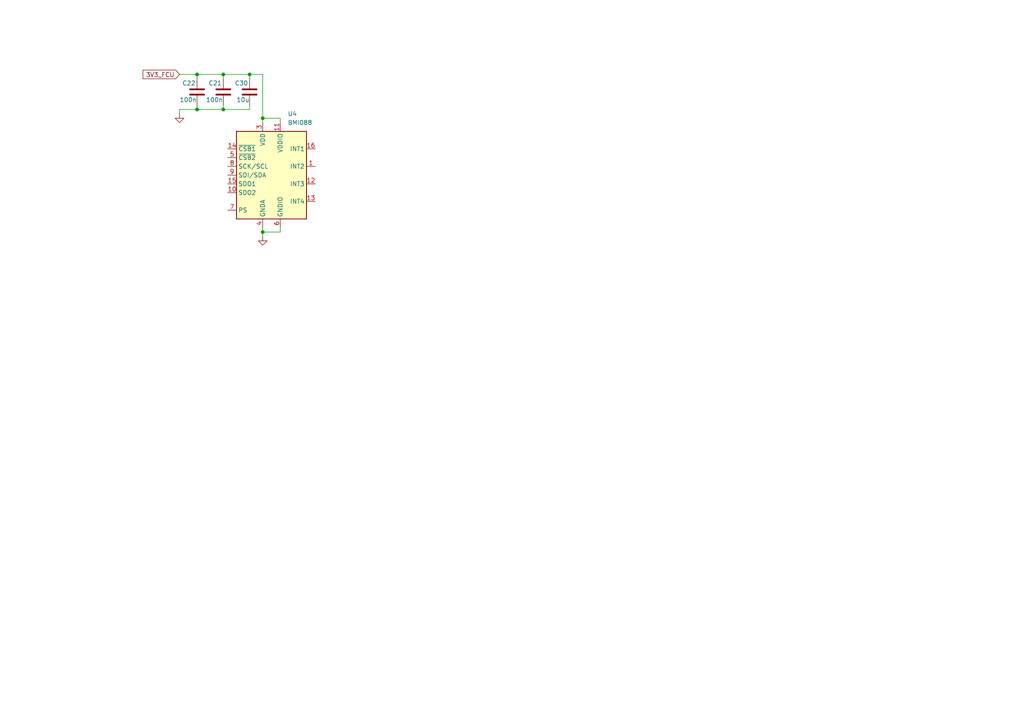
<source format=kicad_sch>
(kicad_sch (version 20250114) (generator "eeschema") (generator_version "9.0")
  (paper "A4")
  (lib_symbols
    (symbol "Device:C" (pin_numbers (hide yes)) (pin_names (offset 0.254))
      (property "Reference" "C" (at 0.635 2.54 0))
      (property "Value" "C" (at 0.635 -2.54 0))
      (symbol "C_0_1"
        (polyline (pts (xy -2.032 0.762) (xy 2.032 0.762)) (stroke (width 0.508)))
        (polyline (pts (xy -2.032 -0.762) (xy 2.032 -0.762)) (stroke (width 0.508)))
      )
      (symbol "C_1_1"
        (pin passive line (at 0 3.81 270) (length 2.794) (name "~") (number "1"))
        (pin passive line (at 0 -3.81 90) (length 2.794) (name "~") (number "2"))
      )
    )
    (symbol "Sensor_Motion:BMI088"
      (property "Reference" "U" (at -8.89 13.97 0))
      (property "Value" "BMI088" (at 8.89 13.97 0))
      (symbol "BMI088_1_1"
        (rectangle (start -10.16 12.7) (end 10.16 -12.7) (stroke (width 0.254)) (fill (type background)))
        (pin input line (at -12.7 7.62 0) (length 2.54) (name "~{CSB1}") (number "14"))
        (pin input line (at -12.7 5.08 0) (length 2.54) (name "~{CSB2}") (number "5"))
        (pin input line (at -12.7 2.54 0) (length 2.54) (name "SCK/SCL") (number "8"))
        (pin bidirectional line (at -12.7 0 0) (length 2.54) (name "SDI/SDA") (number "9"))
        (pin output line (at -12.7 -2.54 0) (length 2.54) (name "SDO1") (number "15"))
        (pin output line (at -12.7 -5.08 0) (length 2.54) (name "SDO2") (number "10"))
        (pin input line (at -12.7 -10.16 0) (length 2.54) (name "PS") (number "7"))
        (pin power_in line (at -2.54 15.24 270) (length 2.54) (name "VDD") (number "3"))
        (pin passive line (at -2.54 -15.24 90) (length 2.54) (hide yes) (name "GNDA") (number "2"))
        (pin power_in line (at -2.54 -15.24 90) (length 2.54) (name "GNDA") (number "4"))
        (pin power_in line (at 2.54 15.24 270) (length 2.54) (name "VDDIO") (number "11"))
        (pin power_in line (at 2.54 -15.24 90) (length 2.54) (name "GNDIO") (number "6"))
        (pin bidirectional line (at 12.7 7.62 180) (length 2.54) (name "INT1") (number "16"))
        (pin bidirectional line (at 12.7 2.54 180) (length 2.54) (name "INT2") (number "1"))
        (pin bidirectional line (at 12.7 -2.54 180) (length 2.54) (name "INT3") (number "12"))
        (pin bidirectional line (at 12.7 -7.62 180) (length 2.54) (name "INT4") (number "13"))
      )
    )
    (symbol "power:GND" (power) (pin_numbers (hide yes)) (pin_names (offset 0) (hide yes))
      (property "Value" "GND" (at 0 -3.81 0))
      (symbol "GND_0_1"
        (polyline (pts (xy 0 0) (xy 0 -1.27) (xy 1.27 -1.27) (xy 0 -2.54) (xy -1.27 -1.27) (xy 0 -1.27)))
      )
      (symbol "GND_1_1"
        (pin power_in line (at 0 0 270) (length 0) (name "~") (number "1"))
      )
    )
  )
  (junction (at 76.2 34.29))
  (junction (at 57.15 31.75))
  (junction (at 64.77 21.59))
  (junction (at 64.77 31.75))
  (junction (at 76.2 67.31))
  (junction (at 72.39 21.59))
  (junction (at 57.15 21.59))
  (wire (pts (xy 81.28 35.56) (xy 81.28 34.29)))
  (wire (pts (xy 64.77 21.59) (xy 72.39 21.59)))
  (wire (pts (xy 76.2 66.04) (xy 76.2 67.31)))
  (wire (pts (xy 81.28 66.04) (xy 81.28 67.31)))
  (wire (pts (xy 64.77 30.48) (xy 64.77 31.75)))
  (wire (pts (xy 52.07 31.75) (xy 57.15 31.75)))
  (wire (pts (xy 64.77 21.59) (xy 64.77 22.86)))
  (wire (pts (xy 52.07 21.59) (xy 57.15 21.59)))
  (wire (pts (xy 64.77 31.75) (xy 72.39 31.75)))
  (wire (pts (xy 72.39 21.59) (xy 72.39 22.86)))
  (wire (pts (xy 76.2 21.59) (xy 76.2 34.29)))
  (wire (pts (xy 72.39 21.59) (xy 76.2 21.59)))
  (wire (pts (xy 57.15 21.59) (xy 64.77 21.59)))
  (wire (pts (xy 76.2 34.29) (xy 76.2 35.56)))
  (wire (pts (xy 76.2 67.31) (xy 81.28 67.31)))
  (wire (pts (xy 52.07 33.02) (xy 52.07 31.75)))
  (wire (pts (xy 72.39 30.48) (xy 72.39 31.75)))
  (wire (pts (xy 64.77 31.75) (xy 57.15 31.75)))
  (wire (pts (xy 57.15 21.59) (xy 57.15 22.86)))
  (wire (pts (xy 76.2 67.31) (xy 76.2 68.58)))
  (wire (pts (xy 76.2 34.29) (xy 81.28 34.29)))
  (wire (pts (xy 57.15 30.48) (xy 57.15 31.75)))
  (global_label "3V3_FCU" (shape input) (at 52.07 21.59 180) (property "Intersheetrefs" "${INTERSHEET_REFS}" (effects (hide yes))))
  (symbol (lib_id "power:GND") (at 76.2 68.58 0) (unit 1)
    (property "Reference" "#PWR017" (effects (hide yes)))
    (property "Value" "GND" (effects (hide yes)))
    (property "Description" "Power symbol creates a global label with name \"GND\" , ground" (effects (hide yes)))
  )
  (symbol (lib_id "Device:C") (at 57.15 26.67 0) (unit 1)
    (property "Reference" "C22" (at 52.832 24.13 0) (effects (justify left)))
    (property "Value" "100n" (at 52.07 28.956 0) (effects (justify left)))
    (property "Footprint" "Capacitor_SMD:C_0805_2012Metric_Pad1.18x1.45mm_HandSolder" (effects (hide yes)))
    (property "Description" "Unpolarized capacitor" (effects (hide yes)))
  )
  (symbol (lib_id "power:GND") (at 52.07 33.02 0) (unit 1)
    (property "Reference" "#PWR018" (effects (hide yes)))
    (property "Value" "GND" (effects (hide yes)))
    (property "Description" "Power symbol creates a global label with name \"GND\" , ground" (effects (hide yes)))
  )
  (symbol (lib_id "Device:C") (at 64.77 26.67 0) (unit 1)
    (property "Reference" "C21" (at 60.452 24.13 0) (effects (justify left)))
    (property "Value" "100n" (at 59.69 28.956 0) (effects (justify left)))
    (property "Footprint" "Capacitor_SMD:C_0805_2012Metric_Pad1.18x1.45mm_HandSolder" (effects (hide yes)))
    (property "Description" "Unpolarized capacitor" (effects (hide yes)))
  )
  (symbol (lib_id "Sensor_Motion:BMI088") (at 78.74 50.8 0) (unit 1)
    (property "Reference" "U4" (at 83.4233 33.02 0) (effects (justify left)))
    (property "Value" "BMI088" (at 83.4233 35.56 0) (effects (justify left)))
    (property "Footprint" "Package_LGA:Bosch_LGA-16_4.5x3mm_P0.5mm_LayoutBorder7x1y_ClockwisePinNumbering" (effects (hide yes)))
    (property "Datasheet" "https://www.bosch-sensortec.com/media/boschsensortec/downloads/datasheets/bst-bmi088-ds001.pdf" (effects (hide yes)))
    (property "Description" "Accelerometer, Gyroscope, 6-Axis Sensor, I2C / SPI interface, LGA-16" (effects (hide yes)))
  )
  (symbol (lib_id "Device:C") (at 72.39 26.67 0) (unit 1)
    (property "Reference" "C30" (at 68.072 24.13 0) (effects (justify left)))
    (property "Value" "10u" (at 68.58 28.956 0) (effects (justify left)))
    (property "Footprint" "Capacitor_SMD:C_0805_2012Metric_Pad1.18x1.45mm_HandSolder" (effects (hide yes)))
    (property "Description" "Unpolarized capacitor" (effects (hide yes)))
  )
)
</source>
